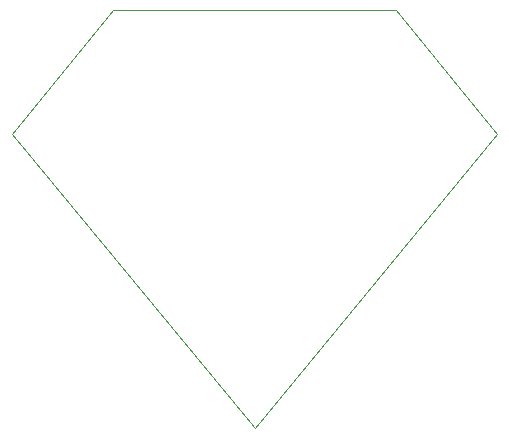
<source format=gbr>
%TF.GenerationSoftware,KiCad,Pcbnew,8.0.8*%
%TF.CreationDate,2025-04-07T01:52:13-03:00*%
%TF.ProjectId,Sao_Diamond,53616f5f-4469-4616-9d6f-6e642e6b6963,rev?*%
%TF.SameCoordinates,Original*%
%TF.FileFunction,Profile,NP*%
%FSLAX46Y46*%
G04 Gerber Fmt 4.6, Leading zero omitted, Abs format (unit mm)*
G04 Created by KiCad (PCBNEW 8.0.8) date 2025-04-07 01:52:13*
%MOMM*%
%LPD*%
G01*
G04 APERTURE LIST*
%TA.AperFunction,Profile*%
%ADD10C,0.050000*%
%TD*%
G04 APERTURE END LIST*
D10*
X199500000Y-50500000D02*
X179000000Y-75386598D01*
X158500000Y-50500000D01*
X167000000Y-40000000D01*
X191000000Y-40000000D01*
X199500000Y-50500000D01*
M02*

</source>
